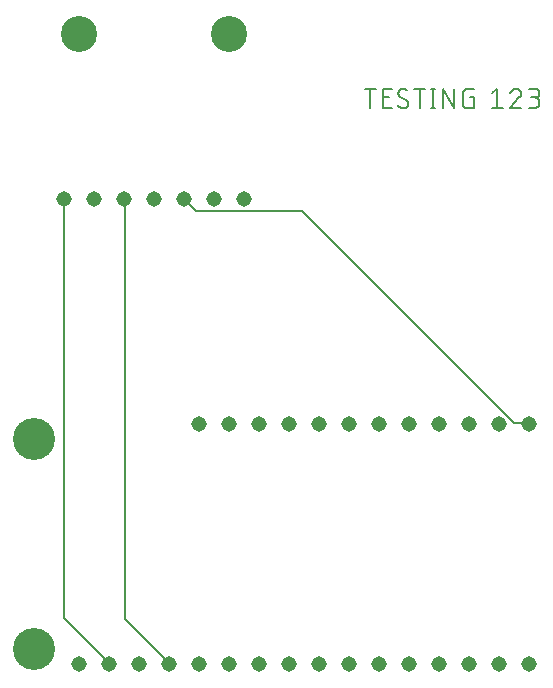
<source format=gbr>
G04 EAGLE Gerber RS-274X export*
G75*
%MOMM*%
%FSLAX34Y34*%
%LPD*%
%INTop Copper*%
%IPPOS*%
%AMOC8*
5,1,8,0,0,1.08239X$1,22.5*%
G01*
%ADD10C,0.152400*%
%ADD11C,1.308000*%
%ADD12C,3.556000*%
%ADD13C,3.048000*%


D10*
X335478Y521462D02*
X335478Y537718D01*
X339993Y537718D02*
X330962Y537718D01*
X346102Y521462D02*
X353327Y521462D01*
X346102Y521462D02*
X346102Y537718D01*
X353327Y537718D01*
X351521Y530493D02*
X346102Y530493D01*
X363996Y521462D02*
X364114Y521464D01*
X364232Y521470D01*
X364350Y521479D01*
X364467Y521493D01*
X364584Y521510D01*
X364701Y521531D01*
X364816Y521556D01*
X364931Y521585D01*
X365045Y521618D01*
X365157Y521654D01*
X365268Y521694D01*
X365378Y521737D01*
X365487Y521784D01*
X365594Y521834D01*
X365699Y521889D01*
X365802Y521946D01*
X365903Y522007D01*
X366003Y522071D01*
X366100Y522138D01*
X366195Y522208D01*
X366287Y522282D01*
X366378Y522358D01*
X366465Y522438D01*
X366550Y522520D01*
X366632Y522605D01*
X366712Y522692D01*
X366788Y522783D01*
X366862Y522875D01*
X366932Y522970D01*
X366999Y523067D01*
X367063Y523167D01*
X367124Y523268D01*
X367181Y523371D01*
X367236Y523476D01*
X367286Y523583D01*
X367333Y523692D01*
X367376Y523802D01*
X367416Y523913D01*
X367452Y524025D01*
X367485Y524139D01*
X367514Y524254D01*
X367539Y524369D01*
X367560Y524486D01*
X367577Y524603D01*
X367591Y524720D01*
X367600Y524838D01*
X367606Y524956D01*
X367608Y525074D01*
X363996Y521462D02*
X363813Y521464D01*
X363631Y521471D01*
X363449Y521482D01*
X363267Y521497D01*
X363085Y521517D01*
X362904Y521540D01*
X362724Y521569D01*
X362544Y521601D01*
X362365Y521638D01*
X362188Y521679D01*
X362011Y521725D01*
X361835Y521774D01*
X361661Y521828D01*
X361487Y521886D01*
X361316Y521948D01*
X361146Y522014D01*
X360977Y522085D01*
X360810Y522159D01*
X360645Y522237D01*
X360482Y522319D01*
X360321Y522405D01*
X360162Y522495D01*
X360005Y522589D01*
X359851Y522686D01*
X359699Y522787D01*
X359549Y522892D01*
X359402Y523000D01*
X359258Y523111D01*
X359116Y523226D01*
X358977Y523345D01*
X358841Y523467D01*
X358708Y523592D01*
X358578Y523720D01*
X359029Y534106D02*
X359031Y534224D01*
X359037Y534342D01*
X359046Y534460D01*
X359060Y534577D01*
X359077Y534694D01*
X359098Y534811D01*
X359123Y534926D01*
X359152Y535041D01*
X359185Y535155D01*
X359221Y535267D01*
X359261Y535378D01*
X359304Y535488D01*
X359351Y535597D01*
X359401Y535704D01*
X359456Y535809D01*
X359513Y535912D01*
X359574Y536013D01*
X359638Y536113D01*
X359705Y536210D01*
X359775Y536305D01*
X359849Y536397D01*
X359925Y536488D01*
X360005Y536575D01*
X360087Y536660D01*
X360172Y536742D01*
X360259Y536822D01*
X360350Y536898D01*
X360442Y536972D01*
X360537Y537042D01*
X360634Y537109D01*
X360734Y537173D01*
X360835Y537234D01*
X360938Y537292D01*
X361043Y537346D01*
X361150Y537396D01*
X361259Y537443D01*
X361369Y537487D01*
X361480Y537526D01*
X361593Y537562D01*
X361706Y537595D01*
X361821Y537624D01*
X361936Y537649D01*
X362053Y537670D01*
X362170Y537687D01*
X362287Y537701D01*
X362405Y537710D01*
X362523Y537716D01*
X362641Y537718D01*
X362802Y537716D01*
X362964Y537710D01*
X363125Y537701D01*
X363286Y537687D01*
X363446Y537670D01*
X363606Y537649D01*
X363766Y537624D01*
X363925Y537595D01*
X364083Y537563D01*
X364240Y537527D01*
X364396Y537487D01*
X364552Y537443D01*
X364706Y537395D01*
X364859Y537344D01*
X365011Y537290D01*
X365162Y537231D01*
X365311Y537170D01*
X365458Y537104D01*
X365604Y537035D01*
X365749Y536963D01*
X365891Y536887D01*
X366032Y536808D01*
X366171Y536726D01*
X366307Y536640D01*
X366442Y536551D01*
X366575Y536459D01*
X366705Y536363D01*
X360835Y530945D02*
X360734Y531007D01*
X360634Y531072D01*
X360537Y531141D01*
X360442Y531213D01*
X360349Y531287D01*
X360259Y531365D01*
X360171Y531446D01*
X360086Y531529D01*
X360004Y531615D01*
X359925Y531704D01*
X359848Y531795D01*
X359775Y531889D01*
X359704Y531985D01*
X359637Y532083D01*
X359573Y532183D01*
X359512Y532286D01*
X359455Y532390D01*
X359401Y532496D01*
X359351Y532604D01*
X359304Y532713D01*
X359260Y532824D01*
X359220Y532936D01*
X359184Y533050D01*
X359152Y533164D01*
X359123Y533280D01*
X359098Y533396D01*
X359077Y533513D01*
X359060Y533631D01*
X359046Y533749D01*
X359037Y533868D01*
X359031Y533987D01*
X359029Y534106D01*
X365802Y528235D02*
X365903Y528173D01*
X366003Y528108D01*
X366100Y528039D01*
X366195Y527967D01*
X366288Y527893D01*
X366378Y527815D01*
X366466Y527734D01*
X366551Y527651D01*
X366633Y527565D01*
X366712Y527476D01*
X366789Y527385D01*
X366862Y527291D01*
X366933Y527195D01*
X367000Y527097D01*
X367064Y526997D01*
X367125Y526894D01*
X367182Y526790D01*
X367236Y526684D01*
X367286Y526576D01*
X367333Y526467D01*
X367377Y526356D01*
X367417Y526244D01*
X367453Y526130D01*
X367485Y526016D01*
X367514Y525900D01*
X367539Y525784D01*
X367560Y525667D01*
X367577Y525549D01*
X367591Y525431D01*
X367600Y525312D01*
X367606Y525193D01*
X367608Y525074D01*
X365802Y528235D02*
X360835Y530945D01*
X377161Y537718D02*
X377161Y521462D01*
X372645Y537718D02*
X381676Y537718D01*
X388624Y537718D02*
X388624Y521462D01*
X386818Y521462D02*
X390430Y521462D01*
X390430Y537718D02*
X386818Y537718D01*
X397134Y537718D02*
X397134Y521462D01*
X406165Y521462D02*
X397134Y537718D01*
X406165Y537718D02*
X406165Y521462D01*
X420129Y530493D02*
X422839Y530493D01*
X422839Y521462D01*
X417420Y521462D01*
X417302Y521464D01*
X417184Y521470D01*
X417066Y521479D01*
X416949Y521493D01*
X416832Y521510D01*
X416715Y521531D01*
X416600Y521556D01*
X416485Y521585D01*
X416371Y521618D01*
X416259Y521654D01*
X416148Y521694D01*
X416038Y521737D01*
X415929Y521784D01*
X415822Y521834D01*
X415717Y521889D01*
X415614Y521946D01*
X415513Y522007D01*
X415413Y522071D01*
X415316Y522138D01*
X415221Y522208D01*
X415129Y522282D01*
X415038Y522358D01*
X414951Y522438D01*
X414866Y522520D01*
X414784Y522605D01*
X414704Y522692D01*
X414628Y522783D01*
X414554Y522875D01*
X414484Y522970D01*
X414417Y523067D01*
X414353Y523167D01*
X414292Y523268D01*
X414235Y523371D01*
X414180Y523476D01*
X414130Y523583D01*
X414083Y523692D01*
X414040Y523802D01*
X414000Y523913D01*
X413964Y524025D01*
X413931Y524139D01*
X413902Y524254D01*
X413877Y524369D01*
X413856Y524486D01*
X413839Y524603D01*
X413825Y524720D01*
X413816Y524838D01*
X413810Y524956D01*
X413808Y525074D01*
X413808Y534106D01*
X413810Y534224D01*
X413816Y534342D01*
X413825Y534460D01*
X413839Y534577D01*
X413856Y534694D01*
X413877Y534811D01*
X413902Y534926D01*
X413931Y535041D01*
X413964Y535155D01*
X414000Y535267D01*
X414040Y535378D01*
X414083Y535488D01*
X414130Y535597D01*
X414180Y535704D01*
X414234Y535809D01*
X414292Y535912D01*
X414353Y536013D01*
X414417Y536113D01*
X414484Y536210D01*
X414554Y536305D01*
X414628Y536397D01*
X414704Y536488D01*
X414784Y536575D01*
X414866Y536660D01*
X414951Y536742D01*
X415038Y536822D01*
X415129Y536898D01*
X415221Y536972D01*
X415316Y537042D01*
X415413Y537109D01*
X415513Y537173D01*
X415614Y537234D01*
X415717Y537291D01*
X415822Y537345D01*
X415929Y537396D01*
X416038Y537443D01*
X416148Y537486D01*
X416259Y537526D01*
X416371Y537562D01*
X416485Y537595D01*
X416600Y537624D01*
X416715Y537649D01*
X416832Y537670D01*
X416949Y537687D01*
X417066Y537701D01*
X417184Y537710D01*
X417302Y537716D01*
X417420Y537718D01*
X422839Y537718D01*
X438296Y534106D02*
X442812Y537718D01*
X442812Y521462D01*
X438296Y521462D02*
X447328Y521462D01*
X462959Y533654D02*
X462957Y533779D01*
X462951Y533904D01*
X462942Y534029D01*
X462928Y534153D01*
X462911Y534277D01*
X462890Y534401D01*
X462865Y534523D01*
X462836Y534645D01*
X462804Y534766D01*
X462768Y534886D01*
X462728Y535005D01*
X462685Y535122D01*
X462638Y535238D01*
X462587Y535353D01*
X462533Y535465D01*
X462475Y535577D01*
X462415Y535686D01*
X462350Y535793D01*
X462283Y535899D01*
X462212Y536002D01*
X462138Y536103D01*
X462061Y536202D01*
X461981Y536298D01*
X461898Y536392D01*
X461813Y536483D01*
X461724Y536572D01*
X461633Y536657D01*
X461539Y536740D01*
X461443Y536820D01*
X461344Y536897D01*
X461243Y536971D01*
X461140Y537042D01*
X461034Y537109D01*
X460927Y537174D01*
X460818Y537234D01*
X460706Y537292D01*
X460594Y537346D01*
X460479Y537397D01*
X460363Y537444D01*
X460246Y537487D01*
X460127Y537527D01*
X460007Y537563D01*
X459886Y537595D01*
X459764Y537624D01*
X459642Y537649D01*
X459518Y537670D01*
X459394Y537687D01*
X459270Y537701D01*
X459145Y537710D01*
X459020Y537716D01*
X458895Y537718D01*
X458752Y537716D01*
X458610Y537710D01*
X458467Y537700D01*
X458325Y537687D01*
X458184Y537669D01*
X458042Y537648D01*
X457902Y537623D01*
X457762Y537594D01*
X457623Y537561D01*
X457485Y537524D01*
X457348Y537484D01*
X457213Y537440D01*
X457078Y537392D01*
X456945Y537340D01*
X456813Y537285D01*
X456683Y537226D01*
X456555Y537164D01*
X456428Y537098D01*
X456303Y537029D01*
X456180Y536957D01*
X456060Y536881D01*
X455941Y536802D01*
X455824Y536719D01*
X455710Y536634D01*
X455598Y536545D01*
X455489Y536454D01*
X455382Y536359D01*
X455277Y536262D01*
X455176Y536161D01*
X455077Y536058D01*
X454981Y535953D01*
X454888Y535844D01*
X454798Y535733D01*
X454711Y535620D01*
X454627Y535505D01*
X454547Y535387D01*
X454469Y535267D01*
X454395Y535145D01*
X454325Y535021D01*
X454257Y534895D01*
X454194Y534767D01*
X454133Y534638D01*
X454076Y534507D01*
X454023Y534375D01*
X453974Y534241D01*
X453928Y534106D01*
X461604Y530493D02*
X461698Y530585D01*
X461788Y530679D01*
X461876Y530776D01*
X461961Y530876D01*
X462043Y530978D01*
X462122Y531083D01*
X462197Y531190D01*
X462269Y531299D01*
X462338Y531410D01*
X462404Y531524D01*
X462466Y531639D01*
X462525Y531756D01*
X462580Y531875D01*
X462631Y531995D01*
X462679Y532117D01*
X462724Y532240D01*
X462764Y532364D01*
X462801Y532490D01*
X462834Y532617D01*
X462863Y532744D01*
X462889Y532873D01*
X462910Y533002D01*
X462928Y533132D01*
X462941Y533262D01*
X462951Y533392D01*
X462957Y533523D01*
X462959Y533654D01*
X461604Y530493D02*
X453928Y521462D01*
X462959Y521462D01*
X469559Y521462D02*
X474074Y521462D01*
X474207Y521464D01*
X474339Y521470D01*
X474471Y521480D01*
X474603Y521493D01*
X474735Y521511D01*
X474865Y521532D01*
X474996Y521557D01*
X475125Y521586D01*
X475253Y521619D01*
X475381Y521655D01*
X475507Y521695D01*
X475632Y521739D01*
X475756Y521787D01*
X475878Y521838D01*
X475999Y521893D01*
X476118Y521951D01*
X476236Y522013D01*
X476351Y522078D01*
X476465Y522147D01*
X476576Y522218D01*
X476685Y522294D01*
X476792Y522372D01*
X476897Y522453D01*
X476999Y522538D01*
X477099Y522625D01*
X477196Y522715D01*
X477291Y522808D01*
X477382Y522904D01*
X477471Y523002D01*
X477557Y523103D01*
X477640Y523207D01*
X477720Y523313D01*
X477796Y523421D01*
X477870Y523531D01*
X477940Y523644D01*
X478007Y523758D01*
X478070Y523875D01*
X478130Y523993D01*
X478187Y524113D01*
X478240Y524235D01*
X478289Y524358D01*
X478335Y524482D01*
X478377Y524608D01*
X478415Y524735D01*
X478450Y524863D01*
X478481Y524992D01*
X478508Y525121D01*
X478531Y525252D01*
X478551Y525383D01*
X478566Y525515D01*
X478578Y525647D01*
X478586Y525779D01*
X478590Y525912D01*
X478590Y526044D01*
X478586Y526177D01*
X478578Y526309D01*
X478566Y526441D01*
X478551Y526573D01*
X478531Y526704D01*
X478508Y526835D01*
X478481Y526964D01*
X478450Y527093D01*
X478415Y527221D01*
X478377Y527348D01*
X478335Y527474D01*
X478289Y527598D01*
X478240Y527721D01*
X478187Y527843D01*
X478130Y527963D01*
X478070Y528081D01*
X478007Y528198D01*
X477940Y528312D01*
X477870Y528425D01*
X477796Y528535D01*
X477720Y528643D01*
X477640Y528749D01*
X477557Y528853D01*
X477471Y528954D01*
X477382Y529052D01*
X477291Y529148D01*
X477196Y529241D01*
X477099Y529331D01*
X476999Y529418D01*
X476897Y529503D01*
X476792Y529584D01*
X476685Y529662D01*
X476576Y529738D01*
X476465Y529809D01*
X476351Y529878D01*
X476236Y529943D01*
X476118Y530005D01*
X475999Y530063D01*
X475878Y530118D01*
X475756Y530169D01*
X475632Y530217D01*
X475507Y530261D01*
X475381Y530301D01*
X475253Y530337D01*
X475125Y530370D01*
X474996Y530399D01*
X474865Y530424D01*
X474735Y530445D01*
X474603Y530463D01*
X474471Y530476D01*
X474339Y530486D01*
X474207Y530492D01*
X474074Y530494D01*
X474978Y537718D02*
X469559Y537718D01*
X474978Y537718D02*
X475097Y537716D01*
X475217Y537710D01*
X475336Y537700D01*
X475454Y537686D01*
X475573Y537669D01*
X475690Y537647D01*
X475807Y537622D01*
X475922Y537592D01*
X476037Y537559D01*
X476151Y537522D01*
X476263Y537482D01*
X476374Y537437D01*
X476483Y537389D01*
X476591Y537338D01*
X476697Y537283D01*
X476801Y537224D01*
X476903Y537162D01*
X477003Y537097D01*
X477101Y537028D01*
X477197Y536956D01*
X477290Y536881D01*
X477380Y536804D01*
X477468Y536723D01*
X477553Y536639D01*
X477635Y536552D01*
X477715Y536463D01*
X477791Y536371D01*
X477865Y536277D01*
X477935Y536180D01*
X478002Y536082D01*
X478066Y535981D01*
X478126Y535877D01*
X478183Y535772D01*
X478236Y535665D01*
X478286Y535557D01*
X478332Y535447D01*
X478374Y535335D01*
X478413Y535222D01*
X478448Y535108D01*
X478479Y534993D01*
X478507Y534876D01*
X478530Y534759D01*
X478550Y534642D01*
X478566Y534523D01*
X478578Y534404D01*
X478586Y534285D01*
X478590Y534166D01*
X478590Y534046D01*
X478586Y533927D01*
X478578Y533808D01*
X478566Y533689D01*
X478550Y533570D01*
X478530Y533453D01*
X478507Y533336D01*
X478479Y533219D01*
X478448Y533104D01*
X478413Y532990D01*
X478374Y532877D01*
X478332Y532765D01*
X478286Y532655D01*
X478236Y532547D01*
X478183Y532440D01*
X478126Y532335D01*
X478066Y532231D01*
X478002Y532130D01*
X477935Y532032D01*
X477865Y531935D01*
X477791Y531841D01*
X477715Y531749D01*
X477635Y531660D01*
X477553Y531573D01*
X477468Y531489D01*
X477380Y531408D01*
X477290Y531331D01*
X477197Y531256D01*
X477101Y531184D01*
X477003Y531115D01*
X476903Y531050D01*
X476801Y530988D01*
X476697Y530929D01*
X476591Y530874D01*
X476483Y530823D01*
X476374Y530775D01*
X476263Y530730D01*
X476151Y530690D01*
X476037Y530653D01*
X475922Y530620D01*
X475807Y530590D01*
X475690Y530565D01*
X475573Y530543D01*
X475454Y530526D01*
X475336Y530512D01*
X475217Y530502D01*
X475097Y530496D01*
X474978Y530494D01*
X474978Y530493D02*
X471365Y530493D01*
D11*
X215900Y254000D03*
X241300Y254000D03*
X266700Y254000D03*
X292100Y254000D03*
X317500Y254000D03*
X342900Y254000D03*
X368300Y254000D03*
X393700Y254000D03*
X419100Y254000D03*
X444500Y254000D03*
X469900Y254000D03*
X190500Y254000D03*
X469900Y50800D03*
X444500Y50800D03*
X419100Y50800D03*
X393700Y50800D03*
X368300Y50800D03*
X342900Y50800D03*
X317500Y50800D03*
X292100Y50800D03*
X266700Y50800D03*
X241300Y50800D03*
X215900Y50800D03*
X190500Y50800D03*
X165100Y50800D03*
X139700Y50800D03*
X114300Y50800D03*
X88900Y50800D03*
D12*
X50800Y241300D03*
X50800Y63500D03*
D11*
X76200Y444500D03*
X101600Y444500D03*
X127000Y444500D03*
X152400Y444500D03*
X177800Y444500D03*
X203200Y444500D03*
X228600Y444500D03*
D13*
X88900Y584200D03*
X215900Y584200D03*
D10*
X76200Y444500D02*
X76200Y89916D01*
X114300Y51816D01*
X114300Y50800D01*
X128016Y88392D02*
X128016Y443484D01*
X128016Y88392D02*
X164592Y51816D01*
X128016Y443484D02*
X127000Y444500D01*
X164592Y51816D02*
X165100Y50800D01*
X457200Y254508D02*
X469392Y254508D01*
X457200Y254508D02*
X277368Y434340D01*
X187452Y434340D01*
X178308Y443484D01*
X469392Y254508D02*
X469900Y254000D01*
X178308Y443484D02*
X177800Y444500D01*
M02*

</source>
